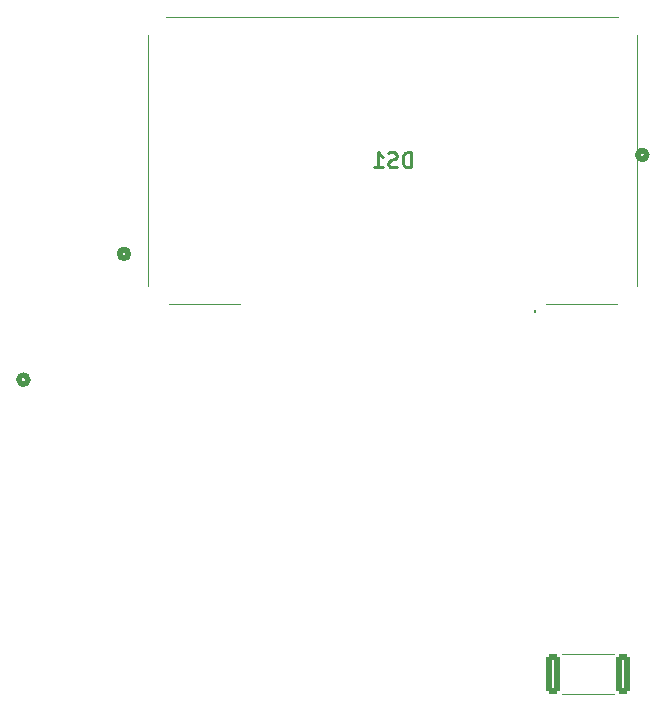
<source format=gbr>
%TF.GenerationSoftware,KiCad,Pcbnew,9.0.4*%
%TF.CreationDate,2026-01-12T01:51:10-06:00*%
%TF.ProjectId,PS-ChargerInterfacePCB,50532d43-6861-4726-9765-72496e746572,rev?*%
%TF.SameCoordinates,Original*%
%TF.FileFunction,Legend,Bot*%
%TF.FilePolarity,Positive*%
%FSLAX46Y46*%
G04 Gerber Fmt 4.6, Leading zero omitted, Abs format (unit mm)*
G04 Created by KiCad (PCBNEW 9.0.4) date 2026-01-12 01:51:10*
%MOMM*%
%LPD*%
G01*
G04 APERTURE LIST*
G04 Aperture macros list*
%AMRoundRect*
0 Rectangle with rounded corners*
0 $1 Rounding radius*
0 $2 $3 $4 $5 $6 $7 $8 $9 X,Y pos of 4 corners*
0 Add a 4 corners polygon primitive as box body*
4,1,4,$2,$3,$4,$5,$6,$7,$8,$9,$2,$3,0*
0 Add four circle primitives for the rounded corners*
1,1,$1+$1,$2,$3*
1,1,$1+$1,$4,$5*
1,1,$1+$1,$6,$7*
1,1,$1+$1,$8,$9*
0 Add four rect primitives between the rounded corners*
20,1,$1+$1,$2,$3,$4,$5,0*
20,1,$1+$1,$4,$5,$6,$7,0*
20,1,$1+$1,$6,$7,$8,$9,0*
20,1,$1+$1,$8,$9,$2,$3,0*%
%AMFreePoly0*
4,1,22,0.945671,0.830970,1.026777,0.776777,1.080970,0.695671,1.100000,0.600000,1.100000,-0.600000,1.080970,-0.695671,1.026777,-0.776777,0.945671,-0.830970,0.850000,-0.850000,-0.450000,-0.850000,-0.545671,-0.830970,-0.626777,-0.776777,-1.026777,-0.376777,-1.080970,-0.295671,-1.100000,-0.200000,-1.100000,0.600000,-1.080970,0.695671,-1.026777,0.776777,-0.945671,0.830970,-0.850000,0.850000,
0.850000,0.850000,0.945671,0.830970,0.945671,0.830970,$1*%
G04 Aperture macros list end*
%ADD10C,0.254000*%
%ADD11C,0.508000*%
%ADD12C,0.100000*%
%ADD13C,0.200000*%
%ADD14C,0.120000*%
%ADD15C,3.400000*%
%ADD16C,6.000000*%
%ADD17C,1.300000*%
%ADD18FreePoly0,0.000000*%
%ADD19O,2.200000X1.700000*%
%ADD20C,1.500000*%
%ADD21C,3.000000*%
%ADD22C,1.524000*%
%ADD23RoundRect,0.250000X-0.850000X-0.600000X0.850000X-0.600000X0.850000X0.600000X-0.850000X0.600000X0*%
%ADD24C,1.752600*%
%ADD25C,2.400000*%
%ADD26FreePoly0,90.000000*%
%ADD27O,1.700000X2.200000*%
%ADD28C,1.346200*%
%ADD29C,1.100000*%
%ADD30C,2.085000*%
%ADD31RoundRect,0.250000X0.362500X1.425000X-0.362500X1.425000X-0.362500X-1.425000X0.362500X-1.425000X0*%
%ADD32RoundRect,0.250000X0.600000X-0.850000X0.600000X0.850000X-0.600000X0.850000X-0.600000X-0.850000X0*%
%ADD33C,3.600000*%
%ADD34C,6.400000*%
%ADD35C,6.200000*%
G04 APERTURE END LIST*
D10*
X97612143Y-55944318D02*
X97612143Y-54674318D01*
X97612143Y-54674318D02*
X97309762Y-54674318D01*
X97309762Y-54674318D02*
X97128333Y-54734794D01*
X97128333Y-54734794D02*
X97007381Y-54855746D01*
X97007381Y-54855746D02*
X96946904Y-54976699D01*
X96946904Y-54976699D02*
X96886428Y-55218603D01*
X96886428Y-55218603D02*
X96886428Y-55400032D01*
X96886428Y-55400032D02*
X96946904Y-55641937D01*
X96946904Y-55641937D02*
X97007381Y-55762889D01*
X97007381Y-55762889D02*
X97128333Y-55883842D01*
X97128333Y-55883842D02*
X97309762Y-55944318D01*
X97309762Y-55944318D02*
X97612143Y-55944318D01*
X96402619Y-55883842D02*
X96221190Y-55944318D01*
X96221190Y-55944318D02*
X95918809Y-55944318D01*
X95918809Y-55944318D02*
X95797857Y-55883842D01*
X95797857Y-55883842D02*
X95737381Y-55823365D01*
X95737381Y-55823365D02*
X95676904Y-55702413D01*
X95676904Y-55702413D02*
X95676904Y-55581461D01*
X95676904Y-55581461D02*
X95737381Y-55460508D01*
X95737381Y-55460508D02*
X95797857Y-55400032D01*
X95797857Y-55400032D02*
X95918809Y-55339556D01*
X95918809Y-55339556D02*
X96160714Y-55279080D01*
X96160714Y-55279080D02*
X96281666Y-55218603D01*
X96281666Y-55218603D02*
X96342143Y-55158127D01*
X96342143Y-55158127D02*
X96402619Y-55037175D01*
X96402619Y-55037175D02*
X96402619Y-54916222D01*
X96402619Y-54916222D02*
X96342143Y-54795270D01*
X96342143Y-54795270D02*
X96281666Y-54734794D01*
X96281666Y-54734794D02*
X96160714Y-54674318D01*
X96160714Y-54674318D02*
X95858333Y-54674318D01*
X95858333Y-54674318D02*
X95676904Y-54734794D01*
X94467380Y-55944318D02*
X95193095Y-55944318D01*
X94830238Y-55944318D02*
X94830238Y-54674318D01*
X94830238Y-54674318D02*
X94951190Y-54855746D01*
X94951190Y-54855746D02*
X95072142Y-54976699D01*
X95072142Y-54976699D02*
X95193095Y-55037175D01*
D11*
%TO.C,Logic_Analyzer1*%
X117559000Y-54900000D02*
G75*
G02*
X116797000Y-54900000I-381000J0D01*
G01*
X116797000Y-54900000D02*
G75*
G02*
X117559000Y-54900000I381000J0D01*
G01*
%TO.C,Panel_LED801*%
X73681000Y-63280300D02*
G75*
G02*
X72919000Y-63280300I-381000J0D01*
G01*
X72919000Y-63280300D02*
G75*
G02*
X73681000Y-63280300I381000J0D01*
G01*
%TO.C,EVSE1*%
X65161000Y-73931400D02*
G75*
G02*
X64399000Y-73931400I-381000J0D01*
G01*
X64399000Y-73931400D02*
G75*
G02*
X65161000Y-73931400I381000J0D01*
G01*
D12*
%TO.C,DS1*%
X75370000Y-44730000D02*
X75370000Y-44730000D01*
X75370000Y-44730000D02*
X75370000Y-65980000D01*
X75370000Y-65980000D02*
X75370000Y-44730000D01*
X75370000Y-65980000D02*
X75370000Y-65980000D01*
X76870000Y-43230000D02*
X76870000Y-43230000D01*
X76870000Y-43230000D02*
X115120000Y-43230000D01*
X77120000Y-67520000D02*
X77120000Y-67520000D01*
X77120000Y-67520000D02*
X83120000Y-67520000D01*
X83120000Y-67520000D02*
X77120000Y-67520000D01*
X83120000Y-67520000D02*
X83120000Y-67520000D01*
D13*
X108070000Y-68070000D02*
X108070000Y-68070000D01*
X108070000Y-68170000D02*
X108070000Y-68170000D01*
X108070000Y-68170000D02*
X108070000Y-68170000D01*
D12*
X109070000Y-67520000D02*
X109070000Y-67520000D01*
X109070000Y-67520000D02*
X115070000Y-67520000D01*
X115070000Y-67520000D02*
X109070000Y-67520000D01*
X115070000Y-67520000D02*
X115070000Y-67520000D01*
X115120000Y-43230000D02*
X76870000Y-43230000D01*
X115120000Y-43230000D02*
X115120000Y-43230000D01*
X116770000Y-44730000D02*
X116770000Y-44730000D01*
X116770000Y-44730000D02*
X116770000Y-65980000D01*
X116770000Y-65980000D02*
X116770000Y-44730000D01*
X116770000Y-65980000D02*
X116770000Y-65980000D01*
D13*
X108070000Y-68070000D02*
G75*
G02*
X108070000Y-68170000I0J-50000D01*
G01*
X108070000Y-68170000D02*
G75*
G02*
X108070000Y-68070000I0J50000D01*
G01*
X108070000Y-68170000D02*
G75*
G02*
X108070000Y-68070000I0J50000D01*
G01*
D14*
%TO.C,R29*%
X114754564Y-97150000D02*
X110400436Y-97150000D01*
X114754564Y-100570000D02*
X110400436Y-100570000D01*
%TD*%
%LPC*%
D15*
%TO.C,H4*%
X62800000Y-116800000D03*
D16*
X62800000Y-116800000D03*
%TD*%
D17*
%TO.C,Buzzer1*%
X126410000Y-101150000D03*
D18*
X127750000Y-99900000D03*
D19*
X127750000Y-102400000D03*
%TD*%
D20*
%TO.C,Gate2*%
X61600000Y-107800000D03*
%TD*%
D21*
%TO.C,24V_OUT1*%
X132600000Y-87200000D03*
%TD*%
%TO.C,+24V_IN1*%
X132600000Y-82700000D03*
%TD*%
D15*
%TO.C,H1*%
X62800000Y-45200000D03*
D16*
X62800000Y-45200000D03*
%TD*%
D22*
%TO.C,Logic_Analyzer1*%
X121750000Y-54900000D03*
X121750000Y-57440000D03*
X124290000Y-54900000D03*
X124290000Y-57440000D03*
X126830000Y-54900000D03*
X126830000Y-57440000D03*
X129370000Y-54900000D03*
X129370000Y-57440000D03*
X131910000Y-54900000D03*
X131910000Y-57440000D03*
%TD*%
D16*
%TO.C,H2*%
X136750000Y-45400000D03*
D15*
X136750000Y-45400000D03*
%TD*%
D21*
%TO.C,+14V1*%
X133100000Y-99900000D03*
%TD*%
D20*
%TO.C,SW1*%
X88700000Y-117600000D03*
%TD*%
%TO.C,FB1*%
X75000000Y-117600000D03*
%TD*%
D17*
%TO.C,Elcon1*%
X125410707Y-112650000D03*
D23*
X126750707Y-108900000D03*
D19*
X126750707Y-111400000D03*
X126750707Y-113900000D03*
X126750707Y-116400000D03*
%TD*%
D21*
%TO.C,GND1*%
X133200000Y-50900000D03*
%TD*%
%TO.C,+24V1*%
X133150000Y-66200000D03*
%TD*%
D24*
%TO.C,Panel_LED801*%
X73300000Y-60800000D03*
X73300000Y-58300000D03*
X73300000Y-55800000D03*
X73300000Y-53300000D03*
X73300000Y-50800000D03*
X70800000Y-60800000D03*
X70800000Y-58300000D03*
X70800000Y-55800000D03*
X70800000Y-53300000D03*
X70800000Y-50800000D03*
%TD*%
D25*
%TO.C,U2*%
X127800000Y-82030000D03*
X124400000Y-82030000D03*
X127800000Y-91950000D03*
X124400000Y-91950000D03*
%TD*%
D20*
%TO.C,VCC1*%
X85100000Y-117650707D03*
%TD*%
%TO.C,OV2*%
X61600000Y-100900000D03*
%TD*%
D17*
%TO.C,Estop1*%
X123139886Y-46940000D03*
D26*
X121889886Y-45600000D03*
D27*
X124389886Y-45600000D03*
%TD*%
D20*
%TO.C,TP_FETConn1*%
X111000000Y-117650000D03*
%TD*%
D28*
%TO.C,EVSE1*%
X66120000Y-69060000D03*
D24*
X64780000Y-70310000D03*
X64780000Y-67810000D03*
X64780000Y-65310000D03*
%TD*%
D20*
%TO.C,TP_FETConn2*%
X61600000Y-104400000D03*
%TD*%
%TO.C,COMP1*%
X78700000Y-117600000D03*
%TD*%
%TO.C,Vcap1*%
X114449552Y-117650000D03*
%TD*%
D17*
%TO.C,J9*%
X131991522Y-74444397D03*
D18*
X133331522Y-73194397D03*
D19*
X133331522Y-75694397D03*
%TD*%
D21*
%TO.C,+14V2*%
X98650000Y-117750000D03*
%TD*%
D20*
%TO.C,ILIM1*%
X82000000Y-117600000D03*
%TD*%
D15*
%TO.C,H3*%
X136750000Y-116800000D03*
D16*
X136750000Y-116800000D03*
%TD*%
D20*
%TO.C,EN/UVLO1*%
X94900000Y-117650000D03*
%TD*%
%TO.C,Gate1*%
X102550000Y-117650000D03*
%TD*%
%TO.C,BOOT1*%
X92000000Y-117600000D03*
%TD*%
D21*
%TO.C,+3V3*%
X128600000Y-50900000D03*
%TD*%
%TO.C,RPP_EN1*%
X106450000Y-117825000D03*
%TD*%
D20*
%TO.C,Vcap2*%
X61600000Y-97500000D03*
%TD*%
%TO.C,TP3*%
X74200000Y-71000000D03*
%TD*%
%TO.C,OV1*%
X118900000Y-117650000D03*
%TD*%
%TO.C,TP2*%
X71200000Y-71000000D03*
%TD*%
%TO.C,TP4*%
X74000000Y-67500000D03*
%TD*%
%TO.C,TP1*%
X71050000Y-67450000D03*
%TD*%
D29*
%TO.C,DS1*%
X108070000Y-66770000D03*
X106570000Y-66770000D03*
X105070000Y-66770000D03*
X103570000Y-66770000D03*
X102070000Y-66770000D03*
X100570000Y-66770000D03*
X99070000Y-66770000D03*
X97570000Y-66770000D03*
X96070000Y-66770000D03*
X94570000Y-66770000D03*
X93070000Y-66770000D03*
X91570000Y-66770000D03*
X90070000Y-66770000D03*
X88570000Y-66770000D03*
X87070000Y-66770000D03*
X85570000Y-66770000D03*
X84070000Y-66770000D03*
D30*
X113370000Y-64730000D03*
X78770000Y-64730000D03*
D17*
X116170000Y-66920000D03*
X75970000Y-66920000D03*
X75970000Y-43820000D03*
X116170000Y-43820000D03*
%TD*%
D31*
%TO.C,R29*%
X115540000Y-98860000D03*
X109615000Y-98860000D03*
%TD*%
D17*
%TO.C,Elcon2*%
X124600000Y-67210000D03*
D32*
X120850000Y-65870000D03*
D27*
X123350000Y-65870000D03*
X125850000Y-65870000D03*
X128350000Y-65870000D03*
%TD*%
D33*
%TO.C,U1*%
X67559921Y-77080001D03*
D34*
X67559921Y-77080001D03*
D33*
X117059921Y-77080001D03*
D35*
X117059921Y-77080001D03*
D33*
X117059921Y-111580001D03*
D35*
X117059921Y-111580001D03*
D33*
X67559921Y-111580001D03*
D34*
X67559921Y-111580001D03*
%TD*%
%LPD*%
M02*

</source>
